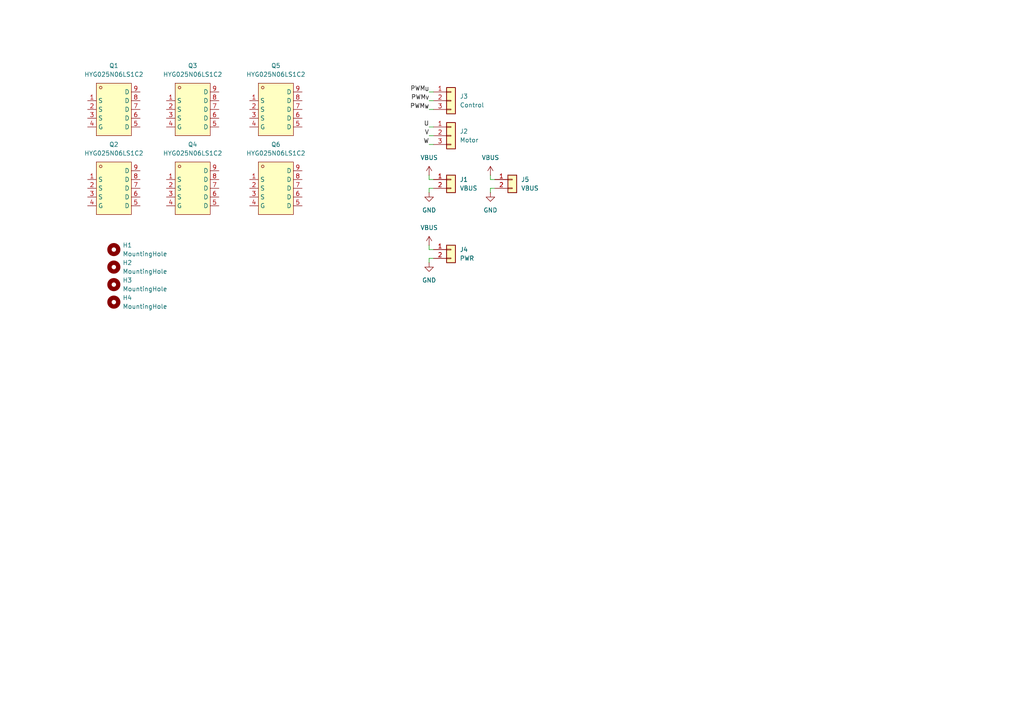
<source format=kicad_sch>
(kicad_sch (version 20250114) (generator "eeschema") (generator_version "9.0")
  (paper "A4")
  (lib_symbols
    (symbol "Connector_Generic:Conn_01x02" (pin_names (offset 1.016) (hide yes))
      (property "Reference" "J" (at 0 2.54 0))
      (property "Value" "Conn_01x02" (at 0 -5.08 0))
      (symbol "Conn_01x02_1_1"
        (rectangle (start -1.27 1.27) (end 1.27 -3.81) (stroke (width 0.254)) (fill (type background)))
        (rectangle (start -1.27 0.127) (end 0 -0.127) (stroke (width 0.1524)))
        (rectangle (start -1.27 -2.413) (end 0 -2.667) (stroke (width 0.1524)))
        (pin passive line (at -5.08 0 0) (length 3.81) (name "Pin_1") (number "1"))
        (pin passive line (at -5.08 -2.54 0) (length 3.81) (name "Pin_2") (number "2"))
      )
    )
    (symbol "Connector_Generic:Conn_01x03" (pin_names (offset 1.016) (hide yes))
      (property "Reference" "J" (at 0 5.08 0))
      (property "Value" "Conn_01x03" (at 0 -5.08 0))
      (symbol "Conn_01x03_1_1"
        (rectangle (start -1.27 3.81) (end 1.27 -3.81) (stroke (width 0.254)) (fill (type background)))
        (rectangle (start -1.27 2.667) (end 0 2.413) (stroke (width 0.1524)))
        (rectangle (start -1.27 0.127) (end 0 -0.127) (stroke (width 0.1524)))
        (rectangle (start -1.27 -2.413) (end 0 -2.667) (stroke (width 0.1524)))
        (pin passive line (at -5.08 2.54 0) (length 3.81) (name "Pin_1") (number "1"))
        (pin passive line (at -5.08 0 0) (length 3.81) (name "Pin_2") (number "2"))
        (pin passive line (at -5.08 -2.54 0) (length 3.81) (name "Pin_3") (number "3"))
      )
    )
    (symbol "EasyEDA:HYG025N06LS1C2"
      (property "Reference" "Q" (at 0 10.16 0))
      (property "Value" "HYG025N06LS1C2" (at 0 -10.16 0))
      (symbol "HYG025N06LS1C2_0_1"
        (rectangle (start -5.08 7.62) (end 5.08 -7.62) (fill (type background)))
        (circle (center -3.81 6.35) (radius 0.38))
        (pin unspecified line (at -7.62 2.54 0) (length 2.54) (name "S") (number "1"))
        (pin unspecified line (at -7.62 0 0) (length 2.54) (name "S") (number "2"))
        (pin unspecified line (at -7.62 -2.54 0) (length 2.54) (name "S") (number "3"))
        (pin unspecified line (at -7.62 -5.08 0) (length 2.54) (name "G") (number "4"))
        (pin unspecified line (at 7.62 5.08 180) (length 2.54) (name "D") (number "9"))
        (pin unspecified line (at 7.62 2.54 180) (length 2.54) (name "D") (number "8"))
        (pin unspecified line (at 7.62 0 180) (length 2.54) (name "D") (number "7"))
        (pin unspecified line (at 7.62 -2.54 180) (length 2.54) (name "D") (number "6"))
        (pin unspecified line (at 7.62 -5.08 180) (length 2.54) (name "D") (number "5"))
      )
    )
    (symbol "Mechanical:MountingHole" (pin_names (offset 1.016)) (in_bom no)
      (property "Reference" "H" (at 0 5.08 0))
      (property "Value" "MountingHole" (at 0 3.175 0))
      (symbol "MountingHole_0_1"
        (circle (center 0 0) (radius 1.27) (stroke (width 1.27)))
      )
    )
    (symbol "power:GND" (power) (pin_numbers (hide yes)) (pin_names (offset 0) (hide yes))
      (property "Value" "GND" (at 0 -3.81 0))
      (symbol "GND_0_1"
        (polyline (pts (xy 0 0) (xy 0 -1.27) (xy 1.27 -1.27) (xy 0 -2.54) (xy -1.27 -1.27) (xy 0 -1.27)))
      )
      (symbol "GND_1_1"
        (pin power_in line (at 0 0 270) (length 0) (name "~") (number "1"))
      )
    )
    (symbol "power:VBUS" (power) (pin_numbers (hide yes)) (pin_names (offset 0) (hide yes))
      (property "Value" "VBUS" (at 0 3.556 0))
      (symbol "VBUS_0_1"
        (polyline (pts (xy -0.762 1.27) (xy 0 2.54)))
        (polyline (pts (xy 0 2.54) (xy 0.762 1.27)))
        (polyline (pts (xy 0 0) (xy 0 2.54)))
      )
      (symbol "VBUS_1_1"
        (pin power_in line (at 0 0 90) (length 0) (name "~") (number "1"))
      )
    )
  )
  (wire (pts (xy 142.24 50.8) (xy 142.24 52.07)))
  (wire (pts (xy 124.46 41.91) (xy 125.73 41.91)))
  (wire (pts (xy 124.46 55.88) (xy 124.46 54.61)))
  (wire (pts (xy 124.46 76.2) (xy 124.46 74.93)))
  (wire (pts (xy 142.24 55.88) (xy 142.24 54.61)))
  (wire (pts (xy 124.46 74.93) (xy 125.73 74.93)))
  (wire (pts (xy 124.46 54.61) (xy 125.73 54.61)))
  (wire (pts (xy 124.46 71.12) (xy 124.46 72.39)))
  (wire (pts (xy 124.46 72.39) (xy 125.73 72.39)))
  (wire (pts (xy 142.24 54.61) (xy 143.51 54.61)))
  (wire (pts (xy 124.46 31.75) (xy 125.73 31.75)))
  (wire (pts (xy 124.46 26.67) (xy 125.73 26.67)))
  (wire (pts (xy 124.46 52.07) (xy 125.73 52.07)))
  (wire (pts (xy 124.46 50.8) (xy 124.46 52.07)))
  (wire (pts (xy 124.46 36.83) (xy 125.73 36.83)))
  (wire (pts (xy 124.46 39.37) (xy 125.73 39.37)))
  (wire (pts (xy 142.24 52.07) (xy 143.51 52.07)))
  (wire (pts (xy 124.46 29.21) (xy 125.73 29.21)))
  (label "V" (at 124.46 39.37 180))
  (label "W" (at 124.46 41.91 180))
  (label "PWM_{U}" (at 124.46 26.67 180))
  (label "PWM_{V}" (at 124.46 29.21 180))
  (label "U" (at 124.46 36.83 180))
  (label "PWM_{W}" (at 124.46 31.75 180))
  (symbol (lib_id "Mechanical:MountingHole") (at 33.02 87.63 0) (unit 1) (in_bom no)
    (property "Reference" "H4" (at 35.56 86.3599 0) (effects (justify left)))
    (property "Value" "MountingHole" (at 35.56 88.8999 0) (effects (justify left)))
    (property "Footprint" "MountingHole:MountingHole_3.2mm_M3" (effects (hide yes)))
    (property "Description" "Mounting Hole without connection" (effects (hide yes)))
  )
  (symbol (lib_id "EasyEDA:HYG025N06LS1C2") (at 80.01 31.75 0) (unit 1)
    (property "Reference" "Q5" (at 80.01 19.05 0))
    (property "Value" "HYG025N06LS1C2" (at 80.01 21.59 0))
    (property "Footprint" "EasyEDA:DFN-8_L5.9-W5.2-P1.27-LS6.2-BL" (effects (hide yes)))
    (property "LCSC Part" "C2827231" (effects (hide yes)))
  )
  (symbol (lib_id "EasyEDA:HYG025N06LS1C2") (at 80.01 54.61 0) (unit 1)
    (property "Reference" "Q6" (at 80.01 41.91 0))
    (property "Value" "HYG025N06LS1C2" (at 80.01 44.45 0))
    (property "Footprint" "EasyEDA:DFN-8_L5.9-W5.2-P1.27-LS6.2-BL" (effects (hide yes)))
    (property "LCSC Part" "C2827231" (effects (hide yes)))
  )
  (symbol (lib_id "Connector_Generic:Conn_01x02") (at 148.59 52.07 0) (unit 1)
    (property "Reference" "J5" (at 151.13 52.0699 0) (effects (justify left)))
    (property "Value" "VBUS" (at 151.13 54.6099 0) (effects (justify left)))
    (property "Description" "Generic connector, single row, 01x02, script generated (kicad-library-utils/schlib/autogen/connector/)" (effects (hide yes)))
  )
  (symbol (lib_id "power:GND") (at 124.46 55.88 0) (unit 1)
    (property "Reference" "#PWR01" (effects (hide yes)))
    (property "Value" "GND" (at 124.46 60.96 0))
    (property "Description" "Power symbol creates a global label with name \"GND\" , ground" (effects (hide yes)))
  )
  (symbol (lib_id "Connector_Generic:Conn_01x03") (at 130.81 29.21 0) (unit 1)
    (property "Reference" "J3" (at 133.35 27.9399 0) (effects (justify left)))
    (property "Value" "Control" (at 133.35 30.4799 0) (effects (justify left)))
    (property "Description" "Generic connector, single row, 01x03, script generated (kicad-library-utils/schlib/autogen/connector/)" (effects (hide yes)))
  )
  (symbol (lib_id "EasyEDA:HYG025N06LS1C2") (at 33.02 54.61 0) (unit 1)
    (property "Reference" "Q2" (at 33.02 41.91 0))
    (property "Value" "HYG025N06LS1C2" (at 33.02 44.45 0))
    (property "Footprint" "EasyEDA:DFN-8_L5.9-W5.2-P1.27-LS6.2-BL" (effects (hide yes)))
    (property "LCSC Part" "C2827231" (effects (hide yes)))
  )
  (symbol (lib_id "power:VBUS") (at 124.46 50.8 0) (unit 1)
    (property "Reference" "#PWR02" (effects (hide yes)))
    (property "Value" "VBUS" (at 124.46 45.72 0))
    (property "Description" "Power symbol creates a global label with name \"VBUS\"" (effects (hide yes)))
  )
  (symbol (lib_id "Connector_Generic:Conn_01x03") (at 130.81 39.37 0) (unit 1)
    (property "Reference" "J2" (at 133.35 38.0999 0) (effects (justify left)))
    (property "Value" "Motor" (at 133.35 40.6399 0) (effects (justify left)))
    (property "Description" "Generic connector, single row, 01x03, script generated (kicad-library-utils/schlib/autogen/connector/)" (effects (hide yes)))
  )
  (symbol (lib_id "Mechanical:MountingHole") (at 33.02 77.47 0) (unit 1) (in_bom no)
    (property "Reference" "H2" (at 35.56 76.1999 0) (effects (justify left)))
    (property "Value" "MountingHole" (at 35.56 78.7399 0) (effects (justify left)))
    (property "Footprint" "MountingHole:MountingHole_3.2mm_M3" (effects (hide yes)))
    (property "Description" "Mounting Hole without connection" (effects (hide yes)))
  )
  (symbol (lib_id "Mechanical:MountingHole") (at 33.02 72.39 0) (unit 1) (in_bom no)
    (property "Reference" "H1" (at 35.56 71.1199 0) (effects (justify left)))
    (property "Value" "MountingHole" (at 35.56 73.6599 0) (effects (justify left)))
    (property "Footprint" "MountingHole:MountingHole_3.2mm_M3" (effects (hide yes)))
    (property "Description" "Mounting Hole without connection" (effects (hide yes)))
  )
  (symbol (lib_id "EasyEDA:HYG025N06LS1C2") (at 55.88 31.75 0) (unit 1)
    (property "Reference" "Q3" (at 55.88 19.05 0))
    (property "Value" "HYG025N06LS1C2" (at 55.88 21.59 0))
    (property "Footprint" "EasyEDA:DFN-8_L5.9-W5.2-P1.27-LS6.2-BL" (effects (hide yes)))
    (property "LCSC Part" "C2827231" (effects (hide yes)))
  )
  (symbol (lib_id "EasyEDA:HYG025N06LS1C2") (at 55.88 54.61 0) (unit 1)
    (property "Reference" "Q4" (at 55.88 41.91 0))
    (property "Value" "HYG025N06LS1C2" (at 55.88 44.45 0))
    (property "Footprint" "EasyEDA:DFN-8_L5.9-W5.2-P1.27-LS6.2-BL" (effects (hide yes)))
    (property "LCSC Part" "C2827231" (effects (hide yes)))
  )
  (symbol (lib_id "power:VBUS") (at 142.24 50.8 0) (unit 1)
    (property "Reference" "#PWR05" (effects (hide yes)))
    (property "Value" "VBUS" (at 142.24 45.72 0))
    (property "Description" "Power symbol creates a global label with name \"VBUS\"" (effects (hide yes)))
  )
  (symbol (lib_id "EasyEDA:HYG025N06LS1C2") (at 33.02 31.75 0) (unit 1)
    (property "Reference" "Q1" (at 33.02 19.05 0))
    (property "Value" "HYG025N06LS1C2" (at 33.02 21.59 0))
    (property "Footprint" "EasyEDA:DFN-8_L5.9-W5.2-P1.27-LS6.2-BL" (effects (hide yes)))
    (property "LCSC Part" "C2827231" (effects (hide yes)))
  )
  (symbol (lib_id "power:VBUS") (at 124.46 71.12 0) (unit 1)
    (property "Reference" "#PWR04" (effects (hide yes)))
    (property "Value" "VBUS" (at 124.46 66.04 0))
    (property "Description" "Power symbol creates a global label with name \"VBUS\"" (effects (hide yes)))
  )
  (symbol (lib_id "power:GND") (at 124.46 76.2 0) (unit 1)
    (property "Reference" "#PWR03" (effects (hide yes)))
    (property "Value" "GND" (at 124.46 81.28 0))
    (property "Description" "Power symbol creates a global label with name \"GND\" , ground" (effects (hide yes)))
  )
  (symbol (lib_id "power:GND") (at 142.24 55.88 0) (unit 1)
    (property "Reference" "#PWR06" (effects (hide yes)))
    (property "Value" "GND" (at 142.24 60.96 0))
    (property "Description" "Power symbol creates a global label with name \"GND\" , ground" (effects (hide yes)))
  )
  (symbol (lib_id "Mechanical:MountingHole") (at 33.02 82.55 0) (unit 1) (in_bom no)
    (property "Reference" "H3" (at 35.56 81.2799 0) (effects (justify left)))
    (property "Value" "MountingHole" (at 35.56 83.8199 0) (effects (justify left)))
    (property "Footprint" "MountingHole:MountingHole_3.2mm_M3" (effects (hide yes)))
    (property "Description" "Mounting Hole without connection" (effects (hide yes)))
  )
  (symbol (lib_id "Connector_Generic:Conn_01x02") (at 130.81 52.07 0) (unit 1)
    (property "Reference" "J1" (at 133.35 52.0699 0) (effects (justify left)))
    (property "Value" "VBUS" (at 133.35 54.6099 0) (effects (justify left)))
    (property "Description" "Generic connector, single row, 01x02, script generated (kicad-library-utils/schlib/autogen/connector/)" (effects (hide yes)))
  )
  (symbol (lib_id "Connector_Generic:Conn_01x02") (at 130.81 72.39 0) (unit 1)
    (property "Reference" "J4" (at 133.35 72.3899 0) (effects (justify left)))
    (property "Value" "PWR" (at 133.35 74.9299 0) (effects (justify left)))
    (property "Description" "Generic connector, single row, 01x02, script generated (kicad-library-utils/schlib/autogen/connector/)" (effects (hide yes)))
  )
)
</source>
